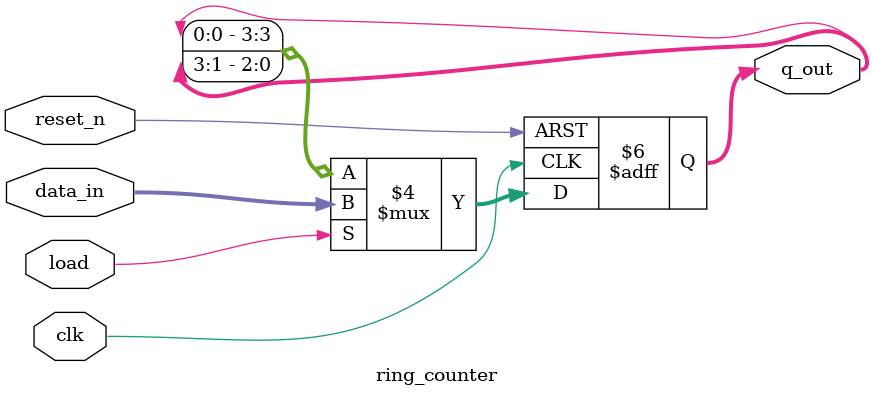
<source format=v>
`timescale 1ns / 1ps


module ring_counter(
                    input [3:0]data_in,
                    input load,
                    input clk,
                    input reset_n,
                    output reg [3:0]q_out
                    );
        always@(posedge clk or negedge reset_n)
        begin
            if(!reset_n)
                q_out <= 4'b1000;
            else if (load)
                q_out <= data_in;
            /*else if (q_out == 4'b0001)
                q_out <= 4'b1000;
            else 
                q_out <= q_out / 2'b10;*/
            else
                q_out <= {q_out[0],q_out[3:1]};
            
        end
endmodule

</source>
